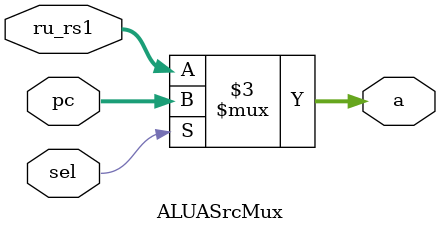
<source format=sv>
module ALUASrcMux(
    input logic signed [31:0] ru_rs1,
    input logic signed [31:0] pc,
    input logic sel,

    output logic signed [31:0] a
);
    always @(*) begin
        if (sel)
            a = pc;
        else
            a = ru_rs1;
    end
endmodule
</source>
